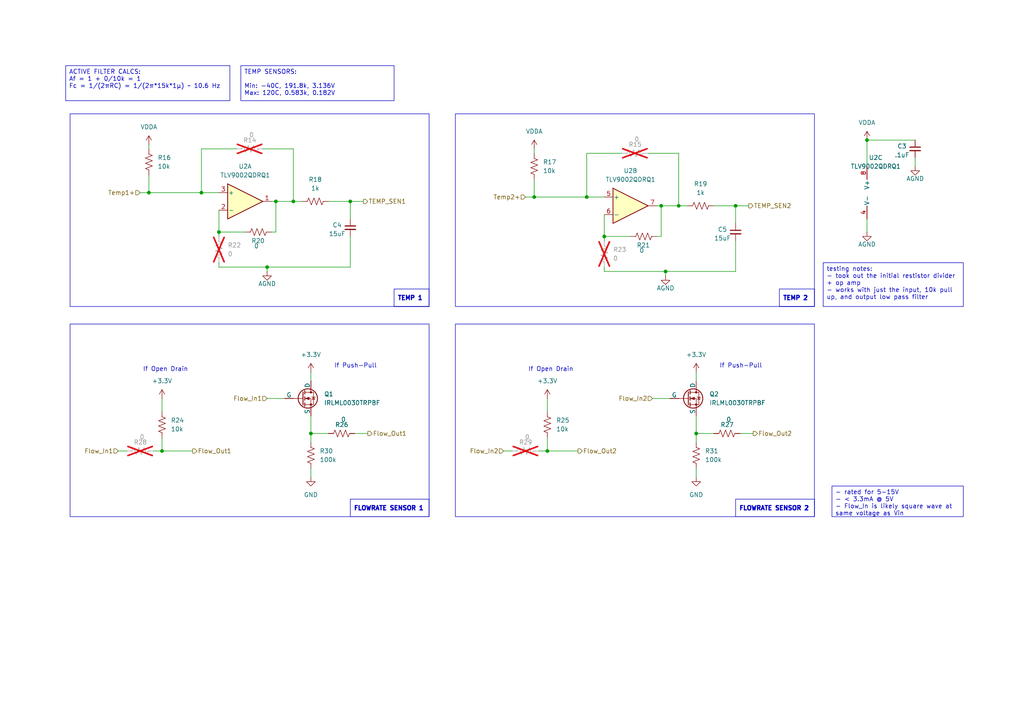
<source format=kicad_sch>
(kicad_sch (version 20250114) (generator "eeschema") (generator_version "9.0")
  (paper "A4")
  (lib_symbols
    (symbol "Amplifier_Operational:OP249GS" (pin_names (offset 0.127))
      (property "Reference" "U3" (at 0 10.16 0))
      (property "Value" "TLV9002QDRQ1" (at 0 7.62 0))
      (symbol "OP249GS_1_1"
        (polyline (pts (xy -5.08 5.08) (xy 5.08 0) (xy -5.08 -5.08) (xy -5.08 5.08)) (stroke (width 0.254)) (fill (type background)))
        (pin input line (at -7.62 2.54 0) (length 2.54) (name "+") (number "3"))
        (pin input line (at -7.62 -2.54 0) (length 2.54) (name "-") (number "2"))
        (pin output line (at 7.62 0 180) (length 2.54) (name "~") (number "1"))
      )
      (symbol "OP249GS_2_1"
        (polyline (pts (xy -5.08 5.08) (xy 5.08 0) (xy -5.08 -5.08) (xy -5.08 5.08)) (stroke (width 0.254)) (fill (type background)))
        (pin input line (at -7.62 2.54 0) (length 2.54) (name "+") (number "5"))
        (pin input line (at -7.62 -2.54 0) (length 2.54) (name "-") (number "6"))
        (pin output line (at 7.62 0 180) (length 2.54) (name "~") (number "7"))
      )
      (symbol "OP249GS_3_1"
        (pin power_in line (at -2.54 7.62 270) (length 3.81) (name "V+") (number "8"))
        (pin power_in line (at -2.54 -7.62 90) (length 3.81) (name "V-") (number "4"))
      )
    )
    (symbol "Device:C_Small" (pin_numbers (hide yes)) (pin_names (offset 0.254) (hide yes))
      (property "Reference" "C" (at 0.254 1.778 0))
      (property "Value" "C_Small" (at 0.254 -2.032 0))
      (symbol "C_Small_0_1"
        (polyline (pts (xy -1.524 0.508) (xy 1.524 0.508)) (stroke (width 0.3048)))
        (polyline (pts (xy -1.524 -0.508) (xy 1.524 -0.508)) (stroke (width 0.3302)))
      )
      (symbol "C_Small_1_1"
        (pin passive line (at 0 2.54 270) (length 2.032) (name "~") (number "1"))
        (pin passive line (at 0 -2.54 90) (length 2.032) (name "~") (number "2"))
      )
    )
    (symbol "Device:R_US" (pin_numbers (hide yes)) (pin_names (offset 0))
      (property "Reference" "R" (at 2.54 0 90))
      (property "Value" "R_US" (at -2.54 0 90))
      (symbol "R_US_0_1"
        (polyline (pts (xy 0 2.286) (xy 0 2.54)))
        (polyline (pts (xy 0 2.286) (xy 1.016 1.905) (xy 0 1.524) (xy -1.016 1.143) (xy 0 0.762)))
        (polyline (pts (xy 0 0.762) (xy 1.016 0.381) (xy 0 0) (xy -1.016 -0.381) (xy 0 -0.762)))
        (polyline (pts (xy 0 -0.762) (xy 1.016 -1.143) (xy 0 -1.524) (xy -1.016 -1.905) (xy 0 -2.286)))
        (polyline (pts (xy 0 -2.286) (xy 0 -2.54)))
      )
      (symbol "R_US_1_1"
        (pin passive line (at 0 3.81 270) (length 1.27) (name "~") (number "1"))
        (pin passive line (at 0 -3.81 90) (length 1.27) (name "~") (number "2"))
      )
    )
    (symbol "OP249GS_1" (pin_names (offset 0.127))
      (property "Reference" "U3" (at 0 10.16 0))
      (property "Value" "TLV9002QDRQ1" (at 0 7.62 0))
      (symbol "OP249GS_1_1_1"
        (polyline (pts (xy -5.08 5.08) (xy 5.08 0) (xy -5.08 -5.08) (xy -5.08 5.08)) (stroke (width 0.254)) (fill (type background)))
        (pin input line (at -7.62 2.54 0) (length 2.54) (name "+") (number "3"))
        (pin input line (at -7.62 -2.54 0) (length 2.54) (name "-") (number "2"))
        (pin output line (at 7.62 0 180) (length 2.54) (name "~") (number "1"))
      )
      (symbol "OP249GS_1_2_1"
        (polyline (pts (xy -5.08 5.08) (xy 5.08 0) (xy -5.08 -5.08) (xy -5.08 5.08)) (stroke (width 0.254)) (fill (type background)))
        (pin input line (at -7.62 2.54 0) (length 2.54) (name "+") (number "5"))
        (pin input line (at -7.62 -2.54 0) (length 2.54) (name "-") (number "6"))
        (pin output line (at 7.62 0 180) (length 2.54) (name "~") (number "7"))
      )
      (symbol "OP249GS_1_3_1"
        (pin power_in line (at -2.54 7.62 270) (length 3.81) (name "V+") (number "8"))
        (pin power_in line (at -2.54 -7.62 90) (length 3.81) (name "V-") (number "4"))
      )
    )
    (symbol "OP249GS_2" (pin_names (offset 0.127))
      (property "Reference" "U3" (at 0 10.16 0))
      (property "Value" "TLV9002QDRQ1" (at 0 7.62 0))
      (symbol "OP249GS_2_1_1"
        (polyline (pts (xy -5.08 5.08) (xy 5.08 0) (xy -5.08 -5.08) (xy -5.08 5.08)) (stroke (width 0.254)) (fill (type background)))
        (pin input line (at -7.62 2.54 0) (length 2.54) (name "+") (number "3"))
        (pin input line (at -7.62 -2.54 0) (length 2.54) (name "-") (number "2"))
        (pin output line (at 7.62 0 180) (length 2.54) (name "~") (number "1"))
      )
      (symbol "OP249GS_2_2_1"
        (polyline (pts (xy -5.08 5.08) (xy 5.08 0) (xy -5.08 -5.08) (xy -5.08 5.08)) (stroke (width 0.254)) (fill (type background)))
        (pin input line (at -7.62 2.54 0) (length 2.54) (name "+") (number "5"))
        (pin input line (at -7.62 -2.54 0) (length 2.54) (name "-") (number "6"))
        (pin output line (at 7.62 0 180) (length 2.54) (name "~") (number "7"))
      )
      (symbol "OP249GS_2_3_1"
        (pin power_in line (at -2.54 7.62 270) (length 3.81) (name "V+") (number "8"))
        (pin power_in line (at -2.54 -7.62 90) (length 3.81) (name "V-") (number "4"))
      )
    )
    (symbol "Simulation_SPICE:NMOS" (pin_numbers (hide yes)) (pin_names (offset 0))
      (property "Reference" "Q1" (at 6.35 1.2701 0))
      (property "Value" "NMOS" (at 6.35 -1.2699 0))
      (symbol "NMOS_0_1"
        (polyline (pts (xy 0.254 1.905) (xy 0.254 -1.905)) (stroke (width 0.254)))
        (polyline (pts (xy 0.254 0) (xy -2.54 0)))
        (polyline (pts (xy 0.762 2.286) (xy 0.762 1.27)) (stroke (width 0.254)))
        (polyline (pts (xy 0.762 0.508) (xy 0.762 -0.508)) (stroke (width 0.254)))
        (polyline (pts (xy 0.762 -1.27) (xy 0.762 -2.286)) (stroke (width 0.254)))
        (polyline (pts (xy 0.762 -1.778) (xy 3.302 -1.778) (xy 3.302 1.778) (xy 0.762 1.778)))
        (polyline (pts (xy 1.016 0) (xy 2.032 0.381) (xy 2.032 -0.381) (xy 1.016 0)) (fill (type outline)))
        (circle (center 1.651 0) (radius 2.794) (stroke (width 0.254)))
        (polyline (pts (xy 2.54 2.54) (xy 2.54 1.778)))
        (circle (center 2.54 1.778) (radius 0.254) (fill (type outline)))
        (circle (center 2.54 -1.778) (radius 0.254) (fill (type outline)))
        (polyline (pts (xy 2.54 -2.54) (xy 2.54 0) (xy 0.762 0)))
        (polyline (pts (xy 2.794 0.508) (xy 2.921 0.381) (xy 3.683 0.381) (xy 3.81 0.254)))
        (polyline (pts (xy 3.302 0.381) (xy 2.921 -0.254) (xy 3.683 -0.254) (xy 3.302 0.381)))
      )
      (symbol "NMOS_1_1"
        (pin input line (at -5.08 0 0) (length 2.54) (name "G") (number "1"))
        (pin passive line (at 2.54 5.08 270) (length 2.54) (name "D") (number "3"))
        (pin passive line (at 2.54 -5.08 90) (length 2.54) (name "S") (number "2"))
      )
    )
    (symbol "power:+3.3V" (power) (pin_numbers (hide yes)) (pin_names (offset 0) (hide yes))
      (property "Value" "+3.3V" (at 0 3.556 0))
      (symbol "+3.3V_0_1"
        (polyline (pts (xy -0.762 1.27) (xy 0 2.54)))
        (polyline (pts (xy 0 2.54) (xy 0.762 1.27)))
        (polyline (pts (xy 0 0) (xy 0 2.54)))
      )
      (symbol "+3.3V_1_1"
        (pin power_in line (at 0 0 90) (length 0) (name "~") (number "1"))
      )
    )
    (symbol "power:GND" (power) (pin_numbers (hide yes)) (pin_names (offset 0) (hide yes))
      (property "Value" "GND" (at 0 -3.81 0))
      (symbol "GND_0_1"
        (polyline (pts (xy 0 0) (xy 0 -1.27) (xy 1.27 -1.27) (xy 0 -2.54) (xy -1.27 -1.27) (xy 0 -1.27)))
      )
      (symbol "GND_1_1"
        (pin power_in line (at 0 0 270) (length 0) (name "~") (number "1"))
      )
    )
  )
  (rectangle (start 20.32 33.02) (end 124.46 88.9))
  (rectangle (start 132.08 33.02) (end 236.22 88.9))
  (rectangle (start 20.32 93.98) (end 124.46 149.86))
  (rectangle (start 132.08 93.98) (end 236.22 149.86))
  (text "If Open Drain" (at 159.766 107.188 0) (effects (font (size 1.27 1.27))))
  (text "If Push-Pull" (at 103.124 106.172 0) (effects (font (size 1.27 1.27))))
  (text "If Push-Pull" (at 214.884 106.172 0) (effects (font (size 1.27 1.27))))
  (text "If Open Drain" (at 48.006 107.188 0) (effects (font (size 1.27 1.27))))
  (text_box "TEMP SENSORS:\n\nMin: -40C, 191.8k, 3.136V\nMax: 120C, 0.583k, 0.182V" (at 69.85 19.05 0) (size 44.45 10.16) (margins 0.9525 0.9525 0.9525 0.9525) (effects (font (size 1.27 1.27) (thickness 0.1588)) (justify left top)))
  (text_box "ACTIVE FILTER CALCS:\nAf = 1 + 0/10k = 1\nFc = 1/(2πRC) = 1/(2π*15k*1µ) ~ 10.6 Hz" (at 19.05 19.05 0) (size 47.625 10.16) (margins 0.9525 0.9525 0.9525 0.9525) (effects (font (size 1.27 1.27) (thickness 0.1588)) (justify left top)))
  (text_box "FLOWRATE SENSOR 2" (at 213.36 144.78 0) (size 22.86 5.08) (margins 0.9525 0.9525 0.9525 0.9525) (effects (font (size 1.27 1.27) (thickness 0.381) (bold yes)) (justify left)))
  (text_box "TEMP 1" (at 114.3 83.82 0) (size 10.16 5.08) (margins 0.9525 0.9525 0.9525 0.9525) (effects (font (size 1.27 1.27) (thickness 0.381) (bold yes)) (justify left)))
  (text_box "TEMP 2" (at 226.06 83.82 0) (size 10.16 5.08) (margins 0.9525 0.9525 0.9525 0.9525) (effects (font (size 1.27 1.27) (thickness 0.381) (bold yes)) (justify left)))
  (text_box "testing notes:\n- took out the initial restistor divider + op amp\n- works with just the input, 10k pull up, and output low pass filter" (at 238.76 76.2 0) (size 40.64 12.7) (margins 0.9525 0.9525 0.9525 0.9525) (effects (font (size 1.27 1.27)) (justify left top)))
  (text_box "- rated for 5-15 V\n- < 3.3mA @ 5V\n- Flow_In is likely square wave at same voltage as Vin" (at 241.3 140.97 0) (size 38.1 8.89) (margins 0.9525 0.9525 0.9525 0.9525) (effects (font (size 1.27 1.27)) (justify left top)))
  (text_box "FLOWRATE SENSOR 1" (at 101.6 144.78 0) (size 22.86 5.08) (margins 0.9525 0.9525 0.9525 0.9525) (effects (font (size 1.27 1.27) (thickness 0.381) (bold yes)) (justify left)))
  (junction (at 90.17 125.73))
  (junction (at 251.46 40.64))
  (junction (at 196.85 59.69))
  (junction (at 63.5 67.31))
  (junction (at 154.94 57.15))
  (junction (at 101.6 58.42))
  (junction (at 43.18 55.88))
  (junction (at 77.47 77.47))
  (junction (at 213.36 59.69))
  (junction (at 193.04 78.74))
  (junction (at 85.09 58.42))
  (junction (at 158.75 130.81))
  (junction (at 170.18 57.15))
  (junction (at 80.01 58.42))
  (junction (at 191.77 59.69))
  (junction (at 201.93 125.73))
  (junction (at 46.99 130.81))
  (junction (at 58.42 55.88))
  (junction (at 175.26 68.58))
  (wire (pts (xy 44.45 130.81) (xy 46.99 130.81)))
  (wire (pts (xy 152.4 57.15) (xy 154.94 57.15)))
  (wire (pts (xy 102.87 125.73) (xy 106.68 125.73)))
  (wire (pts (xy 154.94 43.18) (xy 154.94 44.45)))
  (wire (pts (xy 265.43 45.72) (xy 265.43 48.26)))
  (wire (pts (xy 95.25 58.42) (xy 101.6 58.42)))
  (wire (pts (xy 146.05 130.81) (xy 148.59 130.81)))
  (wire (pts (xy 175.26 62.23) (xy 175.26 68.58)))
  (wire (pts (xy 90.17 107.95) (xy 90.17 110.49)))
  (wire (pts (xy 154.94 57.15) (xy 170.18 57.15)))
  (wire (pts (xy 34.29 130.81) (xy 36.83 130.81)))
  (wire (pts (xy 251.46 63.5) (xy 251.46 67.31)))
  (wire (pts (xy 101.6 77.47) (xy 77.47 77.47)))
  (wire (pts (xy 46.99 130.81) (xy 55.88 130.81)))
  (wire (pts (xy 58.42 55.88) (xy 63.5 55.88)))
  (wire (pts (xy 46.99 130.81) (xy 46.99 127)))
  (wire (pts (xy 90.17 120.65) (xy 90.17 125.73)))
  (wire (pts (xy 63.5 76.2) (xy 63.5 77.47)))
  (wire (pts (xy 170.18 57.15) (xy 175.26 57.15)))
  (wire (pts (xy 43.18 55.88) (xy 43.18 50.8)))
  (wire (pts (xy 187.96 44.45) (xy 196.85 44.45)))
  (wire (pts (xy 191.77 59.69) (xy 196.85 59.69)))
  (wire (pts (xy 213.36 78.74) (xy 193.04 78.74)))
  (wire (pts (xy 193.04 78.74) (xy 175.26 78.74)))
  (wire (pts (xy 196.85 44.45) (xy 196.85 59.69)))
  (wire (pts (xy 46.99 115.57) (xy 46.99 119.38)))
  (wire (pts (xy 190.5 68.58) (xy 191.77 68.58)))
  (wire (pts (xy 201.93 107.95) (xy 201.93 110.49)))
  (wire (pts (xy 58.42 43.18) (xy 58.42 55.88)))
  (wire (pts (xy 101.6 58.42) (xy 101.6 63.5)))
  (wire (pts (xy 40.64 55.88) (xy 43.18 55.88)))
  (wire (pts (xy 170.18 44.45) (xy 170.18 57.15)))
  (wire (pts (xy 251.46 40.64) (xy 251.46 48.26)))
  (wire (pts (xy 43.18 55.88) (xy 58.42 55.88)))
  (wire (pts (xy 191.77 59.69) (xy 191.77 68.58)))
  (wire (pts (xy 201.93 135.89) (xy 201.93 138.43)))
  (wire (pts (xy 77.47 77.47) (xy 63.5 77.47)))
  (wire (pts (xy 207.01 59.69) (xy 213.36 59.69)))
  (wire (pts (xy 251.46 40.64) (xy 265.43 40.64)))
  (wire (pts (xy 78.74 58.42) (xy 80.01 58.42)))
  (wire (pts (xy 214.63 125.73) (xy 218.44 125.73)))
  (wire (pts (xy 175.26 77.47) (xy 175.26 78.74)))
  (wire (pts (xy 63.5 67.31) (xy 63.5 68.58)))
  (wire (pts (xy 201.93 125.73) (xy 207.01 125.73)))
  (wire (pts (xy 196.85 59.69) (xy 199.39 59.69)))
  (wire (pts (xy 213.36 59.69) (xy 217.17 59.69)))
  (wire (pts (xy 43.18 41.91) (xy 43.18 43.18)))
  (wire (pts (xy 80.01 58.42) (xy 85.09 58.42)))
  (wire (pts (xy 193.04 80.01) (xy 193.04 78.74)))
  (wire (pts (xy 101.6 58.42) (xy 105.41 58.42)))
  (wire (pts (xy 85.09 58.42) (xy 87.63 58.42)))
  (wire (pts (xy 158.75 130.81) (xy 158.75 127)))
  (wire (pts (xy 158.75 130.81) (xy 167.64 130.81)))
  (wire (pts (xy 80.01 58.42) (xy 80.01 67.31)))
  (wire (pts (xy 63.5 67.31) (xy 63.5 60.96)))
  (wire (pts (xy 90.17 135.89) (xy 90.17 138.43)))
  (wire (pts (xy 71.12 67.31) (xy 63.5 67.31)))
  (wire (pts (xy 68.58 43.18) (xy 58.42 43.18)))
  (wire (pts (xy 78.74 67.31) (xy 80.01 67.31)))
  (wire (pts (xy 190.5 59.69) (xy 191.77 59.69)))
  (wire (pts (xy 76.2 43.18) (xy 85.09 43.18)))
  (wire (pts (xy 201.93 120.65) (xy 201.93 125.73)))
  (wire (pts (xy 180.34 44.45) (xy 170.18 44.45)))
  (wire (pts (xy 154.94 57.15) (xy 154.94 52.07)))
  (wire (pts (xy 90.17 125.73) (xy 90.17 128.27)))
  (wire (pts (xy 77.47 78.74) (xy 77.47 77.47)))
  (wire (pts (xy 101.6 68.58) (xy 101.6 77.47)))
  (wire (pts (xy 213.36 69.85) (xy 213.36 78.74)))
  (wire (pts (xy 77.47 115.57) (xy 82.55 115.57)))
  (wire (pts (xy 85.09 43.18) (xy 85.09 58.42)))
  (wire (pts (xy 201.93 125.73) (xy 201.93 128.27)))
  (wire (pts (xy 158.75 115.57) (xy 158.75 119.38)))
  (wire (pts (xy 213.36 59.69) (xy 213.36 64.77)))
  (wire (pts (xy 175.26 68.58) (xy 182.88 68.58)))
  (wire (pts (xy 189.23 115.57) (xy 194.31 115.57)))
  (wire (pts (xy 156.21 130.81) (xy 158.75 130.81)))
  (wire (pts (xy 90.17 125.73) (xy 95.25 125.73)))
  (wire (pts (xy 175.26 68.58) (xy 175.26 69.85)))
  (hierarchical_label "Flow_In2" (shape input) (at 146.05 130.81 180))
  (hierarchical_label "TEMP_SEN2" (shape output) (at 217.17 59.69 0))
  (hierarchical_label "Flow_In1" (shape input) (at 34.29 130.81 180))
  (hierarchical_label "Temp1+" (shape input) (at 40.64 55.88 180))
  (hierarchical_label "Flow_Out2" (shape output) (at 167.64 130.81 0))
  (hierarchical_label "Flow_Out1" (shape output) (at 55.88 130.81 0))
  (hierarchical_label "Flow_In2" (shape input) (at 189.23 115.57 180))
  (hierarchical_label "Temp2+" (shape input) (at 152.4 57.15 180))
  (hierarchical_label "Flow_Out2" (shape output) (at 218.44 125.73 0))
  (hierarchical_label "Flow_In1" (shape input) (at 77.47 115.57 180))
  (hierarchical_label "TEMP_SEN1" (shape output) (at 105.41 58.42 0))
  (hierarchical_label "Flow_Out1" (shape output) (at 106.68 125.73 0))
  (symbol (lib_id "power:+3.3V") (at 251.46 40.64 0) (unit 1)
    (property "Reference" "#PWR042" (effects (hide yes)))
    (property "Value" "VDDA" (at 251.46 35.56 0))
    (property "Description" "Power symbol creates a global label with name \"+3.3V\"" (effects (hide yes)))
  )
  (symbol (lib_id "Device:R_US") (at 201.93 132.08 0) (unit 1)
    (property "Reference" "R31" (at 204.47 130.8099 0) (effects (justify left)))
    (property "Value" "100k" (at 204.47 133.3499 0) (effects (justify left)))
    (property "Footprint" "Resistor_SMD:R_0603_1608Metric_Pad0.98x0.95mm_HandSolder" (effects (hide yes)))
    (property "Description" "Resistor, US symbol" (effects (hide yes)))
  )
  (symbol (lib_id "Device:R_US") (at 158.75 123.19 0) (unit 1)
    (property "Reference" "R25" (at 161.29 121.9199 0) (effects (justify left)))
    (property "Value" "10k" (at 161.29 124.4599 0) (effects (justify left)))
    (property "Footprint" "Resistor_SMD:R_0603_1608Metric_Pad0.98x0.95mm_HandSolder" (effects (hide yes)))
    (property "Description" "Resistor, US symbol" (effects (hide yes)))
  )
  (symbol (lib_id "Device:R_US") (at 40.64 130.81 90) (unit 1) (dnp yes)
    (property "Reference" "R28" (at 42.6719 128.27 90) (effects (justify left)))
    (property "Value" "0" (at 41.91 126.746 90) (effects (justify left)))
    (property "Footprint" "Resistor_SMD:R_0603_1608Metric_Pad0.98x0.95mm_HandSolder" (effects (hide yes)))
    (property "Description" "Resistor, US symbol" (effects (hide yes)))
  )
  (symbol (lib_id "Device:R_US") (at 203.2 59.69 90) (unit 1)
    (property "Reference" "R19" (at 203.2 53.34 90))
    (property "Value" "1k" (at 203.2 55.88 90))
    (property "Footprint" "Resistor_SMD:R_0603_1608Metric_Pad0.98x0.95mm_HandSolder" (effects (hide yes)))
    (property "Description" "Resistor, US symbol" (effects (hide yes)))
  )
  (symbol (lib_id "Amplifier_Operational:OP249GS") (at 71.12 58.42 0) (unit 1)
    (property "Reference" "U2" (at 71.12 48.26 0))
    (property "Value" "TLV9002QDRQ1" (at 71.12 50.8 0))
    (property "Footprint" "PumpLib:SOIC127P600X175-8N" (effects (hide yes)))
    (property "Datasheet" "https://www.analog.com/media/en/technical-documentation/data-sheets/OP249.pdf" (effects (hide yes)))
    (property "Description" "Precision JFET, High Speed, Dual Operational Amplifier, SOIC-8" (effects (hide yes)))
  )
  (symbol (lib_id "Device:R_US") (at 72.39 43.18 90) (unit 1) (dnp yes)
    (property "Reference" "R14" (at 74.4219 40.64 90) (effects (justify left)))
    (property "Value" "0" (at 73.66 39.116 90) (effects (justify left)))
    (property "Footprint" "Resistor_SMD:R_0603_1608Metric_Pad0.98x0.95mm_HandSolder" (effects (hide yes)))
    (property "Description" "Resistor, US symbol" (effects (hide yes)))
  )
  (symbol (lib_id "power:GND") (at 251.46 67.31 0) (unit 1)
    (property "Reference" "#PWR046" (effects (hide yes)))
    (property "Value" "AGND" (at 251.46 70.866 0))
    (property "Description" "Power symbol creates a global label with name \"GND\" , ground" (effects (hide yes)))
  )
  (symbol (lib_id "power:+3.3V") (at 90.17 107.95 0) (unit 1)
    (property "Reference" "#PWR049" (effects (hide yes)))
    (property "Value" "+3.3V" (at 90.17 102.87 0))
    (property "Description" "Power symbol creates a global label with name \"+3.3V\"" (effects (hide yes)))
  )
  (symbol (lib_id "Device:R_US") (at 184.15 44.45 90) (unit 1) (dnp yes)
    (property "Reference" "R15" (at 186.1819 41.91 90) (effects (justify left)))
    (property "Value" "0" (at 185.42 40.386 90) (effects (justify left)))
    (property "Footprint" "Resistor_SMD:R_0603_1608Metric_Pad0.98x0.95mm_HandSolder" (effects (hide yes)))
    (property "Description" "Resistor, US symbol" (effects (hide yes)))
  )
  (symbol (lib_id "Device:C_Small") (at 265.43 43.18 0) (unit 1)
    (property "Reference" "C3" (at 261.62 42.418 0))
    (property "Value" ".1uF" (at 261.62 44.958 0))
    (property "Footprint" "Capacitor_SMD:C_0603_1608Metric_Pad1.08x0.95mm_HandSolder" (effects (hide yes)))
    (property "Description" "Unpolarized capacitor, small symbol" (effects (hide yes)))
    (property "P/N" "C0805C105K5PACTU" (effects (hide yes)))
  )
  (symbol (lib_id "power:+3.3V") (at 201.93 107.95 0) (unit 1)
    (property "Reference" "#PWR050" (effects (hide yes)))
    (property "Value" "+3.3V" (at 201.93 102.87 0))
    (property "Description" "Power symbol creates a global label with name \"+3.3V\"" (effects (hide yes)))
  )
  (symbol (lib_id "Device:R_US") (at 99.06 125.73 90) (unit 1)
    (property "Reference" "R26" (at 101.0919 123.19 90) (effects (justify left)))
    (property "Value" "0" (at 100.33 121.666 90) (effects (justify left)))
    (property "Footprint" "Resistor_SMD:R_0603_1608Metric_Pad0.98x0.95mm_HandSolder" (effects (hide yes)))
    (property "Description" "Resistor, US symbol" (effects (hide yes)))
  )
  (symbol (lib_id "Device:R_US") (at 43.18 46.99 0) (unit 1)
    (property "Reference" "R16" (at 45.72 45.7199 0) (effects (justify left)))
    (property "Value" "10k" (at 45.72 48.2599 0) (effects (justify left)))
    (property "Footprint" "Resistor_SMD:R_0603_1608Metric_Pad0.98x0.95mm_HandSolder" (effects (hide yes)))
    (property "Description" "Resistor, US symbol" (effects (hide yes)))
  )
  (symbol (lib_id "power:+3.3V") (at 154.94 43.18 0) (unit 1)
    (property "Reference" "#PWR044" (effects (hide yes)))
    (property "Value" "VDDA" (at 154.94 38.1 0))
    (property "Description" "Power symbol creates a global label with name \"+3.3V\"" (effects (hide yes)))
  )
  (symbol (lib_id "Device:R_US") (at 152.4 130.81 90) (unit 1) (dnp yes)
    (property "Reference" "R29" (at 154.4319 128.27 90) (effects (justify left)))
    (property "Value" "0" (at 153.67 126.746 90) (effects (justify left)))
    (property "Footprint" "Resistor_SMD:R_0603_1608Metric_Pad0.98x0.95mm_HandSolder" (effects (hide yes)))
    (property "Description" "Resistor, US symbol" (effects (hide yes)))
  )
  (symbol (lib_id "Device:C_Small") (at 213.36 67.31 0) (unit 1)
    (property "Reference" "C5" (at 209.55 66.548 0))
    (property "Value" "15uF" (at 209.55 69.088 0))
    (property "Footprint" "Capacitor_SMD:C_0603_1608Metric_Pad1.08x0.95mm_HandSolder" (effects (hide yes)))
    (property "Description" "Unpolarized capacitor, small symbol" (effects (hide yes)))
    (property "P/N" "C0805C105K5PACTU" (effects (hide yes)))
  )
  (symbol (lib_id "power:+3.3V") (at 43.18 41.91 0) (unit 1)
    (property "Reference" "#PWR043" (effects (hide yes)))
    (property "Value" "VDDA" (at 43.18 36.83 0))
    (property "Description" "Power symbol creates a global label with name \"+3.3V\"" (effects (hide yes)))
  )
  (symbol (lib_id "Device:R_US") (at 210.82 125.73 90) (unit 1)
    (property "Reference" "R27" (at 212.8519 123.19 90) (effects (justify left)))
    (property "Value" "0" (at 212.09 121.666 90) (effects (justify left)))
    (property "Footprint" "Resistor_SMD:R_0603_1608Metric_Pad0.98x0.95mm_HandSolder" (effects (hide yes)))
    (property "Description" "Resistor, US symbol" (effects (hide yes)))
  )
  (symbol (lib_id "Device:R_US") (at 74.93 67.31 270) (unit 1)
    (property "Reference" "R20" (at 72.8981 69.85 90) (effects (justify left)))
    (property "Value" "0" (at 73.66 71.374 90) (effects (justify left)))
    (property "Footprint" "Resistor_SMD:R_0603_1608Metric_Pad0.98x0.95mm_HandSolder" (effects (hide yes)))
    (property "Description" "Resistor, US symbol" (effects (hide yes)))
  )
  (symbol (lib_id "Device:R_US") (at 91.44 58.42 90) (unit 1)
    (property "Reference" "R18" (at 91.44 52.07 90))
    (property "Value" "1k" (at 91.44 54.61 90))
    (property "Footprint" "Resistor_SMD:R_0603_1608Metric_Pad0.98x0.95mm_HandSolder" (effects (hide yes)))
    (property "Description" "Resistor, US symbol" (effects (hide yes)))
  )
  (symbol (lib_id "Device:R_US") (at 186.69 68.58 270) (unit 1)
    (property "Reference" "R21" (at 184.6581 71.12 90) (effects (justify left)))
    (property "Value" "0" (at 185.42 72.644 90) (effects (justify left)))
    (property "Footprint" "Resistor_SMD:R_0603_1608Metric_Pad0.98x0.95mm_HandSolder" (effects (hide yes)))
    (property "Description" "Resistor, US symbol" (effects (hide yes)))
  )
  (symbol (lib_id "power:+3.3V") (at 46.99 115.57 0) (unit 1)
    (property "Reference" "#PWR051" (effects (hide yes)))
    (property "Value" "+3.3V" (at 46.99 110.49 0))
    (property "Description" "Power symbol creates a global label with name \"+3.3V\"" (effects (hide yes)))
  )
  (symbol (lib_id "Simulation_SPICE:NMOS") (at 87.63 115.57 0) (unit 1)
    (property "Reference" "Q1" (at 93.98 114.2999 0) (effects (justify left)))
    (property "Value" "IRLML0030TRPBF" (at 93.98 116.8399 0) (effects (justify left)))
    (property "Footprint" "Package_TO_SOT_SMD:SOT-23-3" (effects (hide yes)))
    (property "Datasheet" "https://ngspice.sourceforge.io/docs/ngspice-html-manual/manual.xhtml#cha_MOSFETs" (effects (hide yes)))
    (property "Description" "N-MOSFET transistor, drain/source/gate" (effects (hide yes)))
    (property "Sim.Device" "NMOS" (effects (hide yes)))
    (property "Sim.Type" "VDMOS" (effects (hide yes)))
    (property "Sim.Pins" "1=D 2=G 3=S" (effects (hide yes)))
  )
  (symbol (lib_id "Device:R_US") (at 175.26 73.66 0) (unit 1) (dnp yes)
    (property "Reference" "R23" (at 177.8 72.3899 0) (effects (justify left)))
    (property "Value" "0" (at 177.8 74.9299 0) (effects (justify left)))
    (property "Footprint" "Resistor_SMD:R_0603_1608Metric_Pad0.98x0.95mm_HandSolder" (effects (hide yes)))
    (property "Description" "Resistor, US symbol" (effects (hide yes)))
  )
  (symbol (lib_id "power:+3.3V") (at 158.75 115.57 0) (unit 1)
    (property "Reference" "#PWR052" (effects (hide yes)))
    (property "Value" "+3.3V" (at 158.75 110.49 0))
    (property "Description" "Power symbol creates a global label with name \"+3.3V\"" (effects (hide yes)))
  )
  (symbol (lib_id "Device:R_US") (at 90.17 132.08 0) (unit 1)
    (property "Reference" "R30" (at 92.71 130.8099 0) (effects (justify left)))
    (property "Value" "100k" (at 92.71 133.3499 0) (effects (justify left)))
    (property "Footprint" "Resistor_SMD:R_0603_1608Metric_Pad0.98x0.95mm_HandSolder" (effects (hide yes)))
    (property "Description" "Resistor, US symbol" (effects (hide yes)))
  )
  (symbol (lib_id "Device:R_US") (at 46.99 123.19 0) (unit 1)
    (property "Reference" "R24" (at 49.53 121.9199 0) (effects (justify left)))
    (property "Value" "10k" (at 49.53 124.4599 0) (effects (justify left)))
    (property "Footprint" "Resistor_SMD:R_0603_1608Metric_Pad0.98x0.95mm_HandSolder" (effects (hide yes)))
    (property "Description" "Resistor, US symbol" (effects (hide yes)))
  )
  (symbol (lib_id "Device:C_Small") (at 101.6 66.04 0) (unit 1)
    (property "Reference" "C4" (at 97.79 65.278 0))
    (property "Value" "15uF" (at 97.79 67.818 0))
    (property "Footprint" "Capacitor_SMD:C_0603_1608Metric_Pad1.08x0.95mm_HandSolder" (effects (hide yes)))
    (property "Description" "Unpolarized capacitor, small symbol" (effects (hide yes)))
    (property "P/N" "C0805C105K5PACTU" (effects (hide yes)))
  )
  (symbol (lib_name "OP249GS_2") (lib_id "Amplifier_Operational:OP249GS") (at 182.88 59.69 0) (unit 2)
    (property "Reference" "U2" (at 182.88 49.53 0))
    (property "Value" "TLV9002QDRQ1" (at 182.88 52.07 0))
    (property "Footprint" "PumpLib:SOIC127P600X175-8N" (effects (hide yes)))
    (property "Datasheet" "https://www.analog.com/media/en/technical-documentation/data-sheets/OP249.pdf" (effects (hide yes)))
    (property "Description" "Precision JFET, High Speed, Dual Operational Amplifier, SOIC-8" (effects (hide yes)))
  )
  (symbol (lib_id "power:GND") (at 265.43 48.26 0) (unit 1)
    (property "Reference" "#PWR045" (effects (hide yes)))
    (property "Value" "AGND" (at 265.43 51.816 0))
    (property "Description" "Power symbol creates a global label with name \"GND\" , ground" (effects (hide yes)))
  )
  (symbol (lib_id "Simulation_SPICE:NMOS") (at 199.39 115.57 0) (unit 1)
    (property "Reference" "Q2" (at 205.74 114.2999 0) (effects (justify left)))
    (property "Value" "IRLML0030TRPBF" (at 205.74 116.8399 0) (effects (justify left)))
    (property "Footprint" "Package_TO_SOT_SMD:SOT-23-3" (effects (hide yes)))
    (property "Datasheet" "https://ngspice.sourceforge.io/docs/ngspice-html-manual/manual.xhtml#cha_MOSFETs" (effects (hide yes)))
    (property "Description" "N-MOSFET transistor, drain/source/gate" (effects (hide yes)))
    (property "Sim.Device" "NMOS" (effects (hide yes)))
    (property "Sim.Type" "VDMOS" (effects (hide yes)))
    (property "Sim.Pins" "1=D 2=G 3=S" (effects (hide yes)))
  )
  (symbol (lib_id "power:GND") (at 77.47 78.74 0) (unit 1)
    (property "Reference" "#PWR047" (effects (hide yes)))
    (property "Value" "AGND" (at 77.47 82.296 0))
    (property "Description" "Power symbol creates a global label with name \"GND\" , ground" (effects (hide yes)))
  )
  (symbol (lib_id "power:GND") (at 193.04 80.01 0) (unit 1)
    (property "Reference" "#PWR048" (effects (hide yes)))
    (property "Value" "AGND" (at 193.04 83.566 0))
    (property "Description" "Power symbol creates a global label with name \"GND\" , ground" (effects (hide yes)))
  )
  (symbol (lib_id "power:GND") (at 90.17 138.43 0) (unit 1)
    (property "Reference" "#PWR053" (effects (hide yes)))
    (property "Value" "GND" (at 90.17 143.51 0))
    (property "Description" "Power symbol creates a global label with name \"GND\" , ground" (effects (hide yes)))
  )
  (symbol (lib_id "Device:R_US") (at 63.5 72.39 0) (unit 1) (dnp yes)
    (property "Reference" "R22" (at 66.04 71.1199 0) (effects (justify left)))
    (property "Value" "0" (at 66.04 73.6599 0) (effects (justify left)))
    (property "Footprint" "Resistor_SMD:R_0603_1608Metric_Pad0.98x0.95mm_HandSolder" (effects (hide yes)))
    (property "Description" "Resistor, US symbol" (effects (hide yes)))
  )
  (symbol (lib_id "power:GND") (at 201.93 138.43 0) (unit 1)
    (property "Reference" "#PWR054" (effects (hide yes)))
    (property "Value" "GND" (at 201.93 143.51 0))
    (property "Description" "Power symbol creates a global label with name \"GND\" , ground" (effects (hide yes)))
  )
  (symbol (lib_name "OP249GS_1") (lib_id "Amplifier_Operational:OP249GS") (at 254 55.88 0) (unit 3)
    (property "Reference" "U2" (at 254 45.72 0))
    (property "Value" "TLV9002QDRQ1" (at 254 48.26 0))
    (property "Footprint" "PumpLib:SOIC127P600X175-8N" (effects (hide yes)))
    (property "Datasheet" "https://www.analog.com/media/en/technical-documentation/data-sheets/OP249.pdf" (effects (hide yes)))
    (property "Description" "Precision JFET, High Speed, Dual Operational Amplifier, SOIC-8" (effects (hide yes)))
  )
  (symbol (lib_id "Device:R_US") (at 154.94 48.26 0) (unit 1)
    (property "Reference" "R17" (at 157.48 46.9899 0) (effects (justify left)))
    (property "Value" "10k" (at 157.48 49.5299 0) (effects (justify left)))
    (property "Footprint" "Resistor_SMD:R_0603_1608Metric_Pad0.98x0.95mm_HandSolder" (effects (hide yes)))
    (property "Description" "Resistor, US symbol" (effects (hide yes)))
  )
)
</source>
